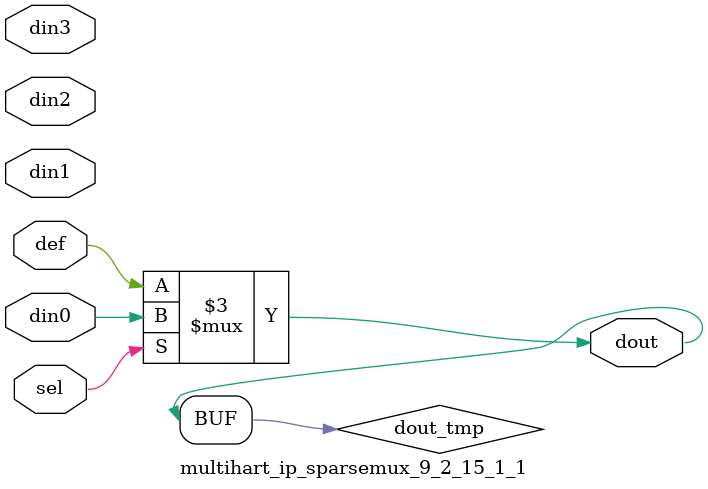
<source format=v>
`timescale 1ns / 1ps

module multihart_ip_sparsemux_9_2_15_1_1 (din0,din1,din2,din3,def,sel,dout);

parameter din0_WIDTH = 1;

parameter din1_WIDTH = 1;

parameter din2_WIDTH = 1;

parameter din3_WIDTH = 1;

parameter def_WIDTH = 1;
parameter sel_WIDTH = 1;
parameter dout_WIDTH = 1;

parameter [sel_WIDTH-1:0] CASE0 = 1;

parameter [sel_WIDTH-1:0] CASE1 = 1;

parameter [sel_WIDTH-1:0] CASE2 = 1;

parameter [sel_WIDTH-1:0] CASE3 = 1;

parameter ID = 1;
parameter NUM_STAGE = 1;



input [din0_WIDTH-1:0] din0;

input [din1_WIDTH-1:0] din1;

input [din2_WIDTH-1:0] din2;

input [din3_WIDTH-1:0] din3;

input [def_WIDTH-1:0] def;
input [sel_WIDTH-1:0] sel;

output [dout_WIDTH-1:0] dout;



reg [dout_WIDTH-1:0] dout_tmp;


always @ (*) begin
(* parallel_case *) case (sel)
    
    CASE0 : dout_tmp = din0;
    
    CASE1 : dout_tmp = din1;
    
    CASE2 : dout_tmp = din2;
    
    CASE3 : dout_tmp = din3;
    
    default : dout_tmp = def;
endcase
end


assign dout = dout_tmp;



endmodule

</source>
